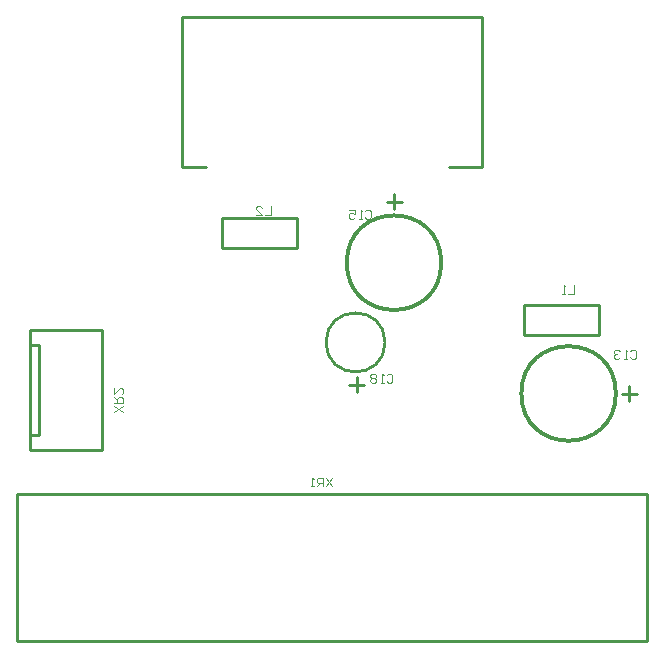
<source format=gbo>
G04 Layer_Color=32896*
%FSLAX24Y24*%
%MOIN*%
G70*
G01*
G75*
%ADD34C,0.0100*%
%ADD36C,0.0039*%
%ADD54C,0.0118*%
D34*
X87205Y53295D02*
G03*
X87205Y53295I-984J0D01*
G01*
X81783Y56449D02*
Y57449D01*
X84283Y56449D02*
Y57449D01*
X81783D02*
X84283D01*
X81783Y56449D02*
X84283D01*
X75375Y50197D02*
X75675D01*
X75375Y53197D02*
X75675D01*
X75375Y49697D02*
X77775D01*
X75375Y53697D02*
X77775D01*
X75675Y50197D02*
Y53197D01*
X75375Y49697D02*
Y53697D01*
X77775Y49697D02*
Y53697D01*
X94329Y53535D02*
Y54535D01*
X91829Y53535D02*
Y54535D01*
Y53535D02*
X94329D01*
X91829Y54535D02*
X94329D01*
X95099Y51575D02*
X95599D01*
X95349Y51325D02*
Y51825D01*
X74948Y43346D02*
Y48228D01*
X95932Y43346D02*
Y48228D01*
X74948D02*
X95932D01*
X74948Y43346D02*
X95932D01*
X87520Y57727D02*
Y58227D01*
X87270Y57977D02*
X87770D01*
X86260Y51636D02*
Y52136D01*
X86010Y51886D02*
X86510D01*
X80425Y59134D02*
Y64134D01*
X90425Y59134D02*
Y64134D01*
X80425Y59134D02*
X81225D01*
X89325D02*
X90425D01*
X80425Y64134D02*
X90425D01*
D36*
X83396Y57835D02*
Y57539D01*
X83199D01*
X82904D02*
X83100D01*
X82904Y57736D01*
Y57785D01*
X82953Y57835D01*
X83051D01*
X83100Y57785D01*
X78474Y50974D02*
X78179Y51171D01*
X78474D02*
X78179Y50974D01*
Y51270D02*
X78474D01*
Y51417D01*
X78425Y51466D01*
X78327D01*
X78278Y51417D01*
Y51270D01*
Y51368D02*
X78179Y51466D01*
Y51762D02*
Y51565D01*
X78376Y51762D01*
X78425D01*
X78474Y51712D01*
Y51614D01*
X78425Y51565D01*
X93504Y55216D02*
Y54921D01*
X93307D01*
X93209D02*
X93110D01*
X93160D01*
Y55216D01*
X93209Y55167D01*
X95374Y53002D02*
X95423Y53051D01*
X95522D01*
X95571Y53002D01*
Y52805D01*
X95522Y52756D01*
X95423D01*
X95374Y52805D01*
X95276Y52756D02*
X95177D01*
X95226D01*
Y53051D01*
X95276Y53002D01*
X95030D02*
X94980Y53051D01*
X94882D01*
X94833Y53002D01*
Y52953D01*
X94882Y52903D01*
X94931D01*
X94882D01*
X94833Y52854D01*
Y52805D01*
X94882Y52756D01*
X94980D01*
X95030Y52805D01*
X85423Y48789D02*
X85226Y48494D01*
Y48789D02*
X85423Y48494D01*
X85128D02*
Y48789D01*
X84980D01*
X84931Y48740D01*
Y48642D01*
X84980Y48592D01*
X85128D01*
X85030D02*
X84931Y48494D01*
X84833D02*
X84734D01*
X84784D01*
Y48789D01*
X84833Y48740D01*
X86536Y57657D02*
X86585Y57707D01*
X86683D01*
X86732Y57657D01*
Y57461D01*
X86683Y57411D01*
X86585D01*
X86536Y57461D01*
X86437Y57411D02*
X86339D01*
X86388D01*
Y57707D01*
X86437Y57657D01*
X85994Y57707D02*
X86191D01*
Y57559D01*
X86093Y57608D01*
X86044D01*
X85994Y57559D01*
Y57461D01*
X86044Y57411D01*
X86142D01*
X86191Y57461D01*
X87254Y52195D02*
X87303Y52244D01*
X87402D01*
X87451Y52195D01*
Y51998D01*
X87402Y51949D01*
X87303D01*
X87254Y51998D01*
X87156Y51949D02*
X87057D01*
X87106D01*
Y52244D01*
X87156Y52195D01*
X86910D02*
X86860Y52244D01*
X86762D01*
X86713Y52195D01*
Y52146D01*
X86762Y52096D01*
X86713Y52047D01*
Y51998D01*
X86762Y51949D01*
X86860D01*
X86910Y51998D01*
Y52047D01*
X86860Y52096D01*
X86910Y52146D01*
Y52195D01*
X86860Y52096D02*
X86762D01*
D54*
X94898Y51591D02*
G03*
X94898Y51591I-1575J0D01*
G01*
X89079Y55951D02*
G03*
X89079Y55951I-1575J0D01*
G01*
M02*

</source>
